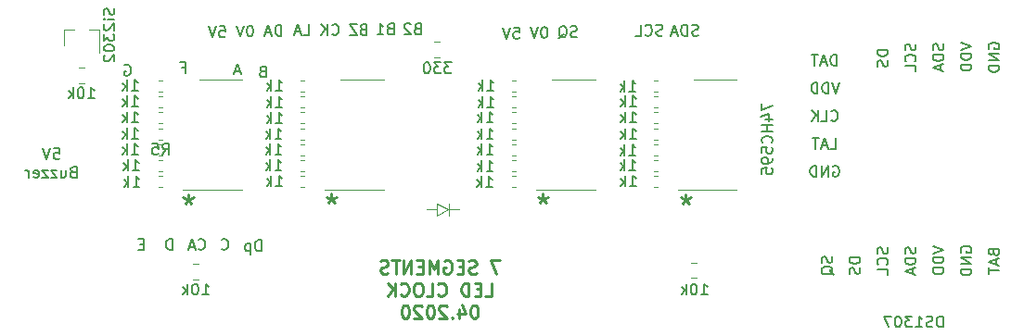
<source format=gbr>
G04 #@! TF.GenerationSoftware,KiCad,Pcbnew,(5.1.5)-2*
G04 #@! TF.CreationDate,2020-04-10T10:41:52+07:00*
G04 #@! TF.ProjectId,KIT_7SegLED_74HC595,4b49545f-3753-4656-974c-45445f373448,rev?*
G04 #@! TF.SameCoordinates,Original*
G04 #@! TF.FileFunction,Legend,Bot*
G04 #@! TF.FilePolarity,Positive*
%FSLAX46Y46*%
G04 Gerber Fmt 4.6, Leading zero omitted, Abs format (unit mm)*
G04 Created by KiCad (PCBNEW (5.1.5)-2) date 2020-04-10 10:41:52*
%MOMM*%
%LPD*%
G04 APERTURE LIST*
%ADD10C,0.200000*%
%ADD11C,0.250000*%
%ADD12C,0.150000*%
%ADD13C,0.120000*%
G04 APERTURE END LIST*
D10*
X135826476Y-43052380D02*
X136302666Y-43052380D01*
X136350285Y-43528571D01*
X136302666Y-43480952D01*
X136207428Y-43433333D01*
X135969333Y-43433333D01*
X135874095Y-43480952D01*
X135826476Y-43528571D01*
X135778857Y-43623809D01*
X135778857Y-43861904D01*
X135826476Y-43957142D01*
X135874095Y-44004761D01*
X135969333Y-44052380D01*
X136207428Y-44052380D01*
X136302666Y-44004761D01*
X136350285Y-43957142D01*
X135493142Y-43052380D02*
X135159809Y-44052380D01*
X134826476Y-43052380D01*
X137564571Y-45228571D02*
X137421714Y-45276190D01*
X137374095Y-45323809D01*
X137326476Y-45419047D01*
X137326476Y-45561904D01*
X137374095Y-45657142D01*
X137421714Y-45704761D01*
X137516952Y-45752380D01*
X137897904Y-45752380D01*
X137897904Y-44752380D01*
X137564571Y-44752380D01*
X137469333Y-44800000D01*
X137421714Y-44847619D01*
X137374095Y-44942857D01*
X137374095Y-45038095D01*
X137421714Y-45133333D01*
X137469333Y-45180952D01*
X137564571Y-45228571D01*
X137897904Y-45228571D01*
X136469333Y-45085714D02*
X136469333Y-45752380D01*
X136897904Y-45085714D02*
X136897904Y-45609523D01*
X136850285Y-45704761D01*
X136755047Y-45752380D01*
X136612190Y-45752380D01*
X136516952Y-45704761D01*
X136469333Y-45657142D01*
X136088380Y-45085714D02*
X135564571Y-45085714D01*
X136088380Y-45752380D01*
X135564571Y-45752380D01*
X135278857Y-45085714D02*
X134755047Y-45085714D01*
X135278857Y-45752380D01*
X134755047Y-45752380D01*
X133993142Y-45704761D02*
X134088380Y-45752380D01*
X134278857Y-45752380D01*
X134374095Y-45704761D01*
X134421714Y-45609523D01*
X134421714Y-45228571D01*
X134374095Y-45133333D01*
X134278857Y-45085714D01*
X134088380Y-45085714D01*
X133993142Y-45133333D01*
X133945523Y-45228571D01*
X133945523Y-45323809D01*
X134421714Y-45419047D01*
X133516952Y-45752380D02*
X133516952Y-45085714D01*
X133516952Y-45276190D02*
X133469333Y-45180952D01*
X133421714Y-45133333D01*
X133326476Y-45085714D01*
X133231238Y-45085714D01*
D11*
X176500742Y-53325257D02*
X175700742Y-53325257D01*
X176215028Y-54525257D01*
X174386457Y-54468114D02*
X174215028Y-54525257D01*
X173929314Y-54525257D01*
X173815028Y-54468114D01*
X173757885Y-54410971D01*
X173700742Y-54296685D01*
X173700742Y-54182400D01*
X173757885Y-54068114D01*
X173815028Y-54010971D01*
X173929314Y-53953828D01*
X174157885Y-53896685D01*
X174272171Y-53839542D01*
X174329314Y-53782400D01*
X174386457Y-53668114D01*
X174386457Y-53553828D01*
X174329314Y-53439542D01*
X174272171Y-53382400D01*
X174157885Y-53325257D01*
X173872171Y-53325257D01*
X173700742Y-53382400D01*
X173186457Y-53896685D02*
X172786457Y-53896685D01*
X172615028Y-54525257D02*
X173186457Y-54525257D01*
X173186457Y-53325257D01*
X172615028Y-53325257D01*
X171472171Y-53382400D02*
X171586457Y-53325257D01*
X171757885Y-53325257D01*
X171929314Y-53382400D01*
X172043600Y-53496685D01*
X172100742Y-53610971D01*
X172157885Y-53839542D01*
X172157885Y-54010971D01*
X172100742Y-54239542D01*
X172043600Y-54353828D01*
X171929314Y-54468114D01*
X171757885Y-54525257D01*
X171643600Y-54525257D01*
X171472171Y-54468114D01*
X171415028Y-54410971D01*
X171415028Y-54010971D01*
X171643600Y-54010971D01*
X170900742Y-54525257D02*
X170900742Y-53325257D01*
X170500742Y-54182400D01*
X170100742Y-53325257D01*
X170100742Y-54525257D01*
X169529314Y-53896685D02*
X169129314Y-53896685D01*
X168957885Y-54525257D02*
X169529314Y-54525257D01*
X169529314Y-53325257D01*
X168957885Y-53325257D01*
X168443600Y-54525257D02*
X168443600Y-53325257D01*
X167757885Y-54525257D01*
X167757885Y-53325257D01*
X167357885Y-53325257D02*
X166672171Y-53325257D01*
X167015028Y-54525257D02*
X167015028Y-53325257D01*
X166329314Y-54468114D02*
X166157885Y-54525257D01*
X165872171Y-54525257D01*
X165757885Y-54468114D01*
X165700742Y-54410971D01*
X165643600Y-54296685D01*
X165643600Y-54182400D01*
X165700742Y-54068114D01*
X165757885Y-54010971D01*
X165872171Y-53953828D01*
X166100742Y-53896685D01*
X166215028Y-53839542D01*
X166272171Y-53782400D01*
X166329314Y-53668114D01*
X166329314Y-53553828D01*
X166272171Y-53439542D01*
X166215028Y-53382400D01*
X166100742Y-53325257D01*
X165815028Y-53325257D01*
X165643600Y-53382400D01*
X175186457Y-56575257D02*
X175757885Y-56575257D01*
X175757885Y-55375257D01*
X174786457Y-55946685D02*
X174386457Y-55946685D01*
X174215028Y-56575257D02*
X174786457Y-56575257D01*
X174786457Y-55375257D01*
X174215028Y-55375257D01*
X173700742Y-56575257D02*
X173700742Y-55375257D01*
X173415028Y-55375257D01*
X173243600Y-55432400D01*
X173129314Y-55546685D01*
X173072171Y-55660971D01*
X173015028Y-55889542D01*
X173015028Y-56060971D01*
X173072171Y-56289542D01*
X173129314Y-56403828D01*
X173243600Y-56518114D01*
X173415028Y-56575257D01*
X173700742Y-56575257D01*
X170900742Y-56460971D02*
X170957885Y-56518114D01*
X171129314Y-56575257D01*
X171243600Y-56575257D01*
X171415028Y-56518114D01*
X171529314Y-56403828D01*
X171586457Y-56289542D01*
X171643600Y-56060971D01*
X171643600Y-55889542D01*
X171586457Y-55660971D01*
X171529314Y-55546685D01*
X171415028Y-55432400D01*
X171243600Y-55375257D01*
X171129314Y-55375257D01*
X170957885Y-55432400D01*
X170900742Y-55489542D01*
X169815028Y-56575257D02*
X170386457Y-56575257D01*
X170386457Y-55375257D01*
X169186457Y-55375257D02*
X168957885Y-55375257D01*
X168843600Y-55432400D01*
X168729314Y-55546685D01*
X168672171Y-55775257D01*
X168672171Y-56175257D01*
X168729314Y-56403828D01*
X168843600Y-56518114D01*
X168957885Y-56575257D01*
X169186457Y-56575257D01*
X169300742Y-56518114D01*
X169415028Y-56403828D01*
X169472171Y-56175257D01*
X169472171Y-55775257D01*
X169415028Y-55546685D01*
X169300742Y-55432400D01*
X169186457Y-55375257D01*
X167472171Y-56460971D02*
X167529314Y-56518114D01*
X167700742Y-56575257D01*
X167815028Y-56575257D01*
X167986457Y-56518114D01*
X168100742Y-56403828D01*
X168157885Y-56289542D01*
X168215028Y-56060971D01*
X168215028Y-55889542D01*
X168157885Y-55660971D01*
X168100742Y-55546685D01*
X167986457Y-55432400D01*
X167815028Y-55375257D01*
X167700742Y-55375257D01*
X167529314Y-55432400D01*
X167472171Y-55489542D01*
X166957885Y-56575257D02*
X166957885Y-55375257D01*
X166272171Y-56575257D02*
X166786457Y-55889542D01*
X166272171Y-55375257D02*
X166957885Y-56060971D01*
X174243600Y-57425257D02*
X174129314Y-57425257D01*
X174015028Y-57482400D01*
X173957885Y-57539542D01*
X173900742Y-57653828D01*
X173843600Y-57882400D01*
X173843600Y-58168114D01*
X173900742Y-58396685D01*
X173957885Y-58510971D01*
X174015028Y-58568114D01*
X174129314Y-58625257D01*
X174243600Y-58625257D01*
X174357885Y-58568114D01*
X174415028Y-58510971D01*
X174472171Y-58396685D01*
X174529314Y-58168114D01*
X174529314Y-57882400D01*
X174472171Y-57653828D01*
X174415028Y-57539542D01*
X174357885Y-57482400D01*
X174243600Y-57425257D01*
X172815028Y-57825257D02*
X172815028Y-58625257D01*
X173100742Y-57368114D02*
X173386457Y-58225257D01*
X172643600Y-58225257D01*
X172186457Y-58510971D02*
X172129314Y-58568114D01*
X172186457Y-58625257D01*
X172243600Y-58568114D01*
X172186457Y-58510971D01*
X172186457Y-58625257D01*
X171672171Y-57539542D02*
X171615028Y-57482400D01*
X171500742Y-57425257D01*
X171215028Y-57425257D01*
X171100742Y-57482400D01*
X171043600Y-57539542D01*
X170986457Y-57653828D01*
X170986457Y-57768114D01*
X171043600Y-57939542D01*
X171729314Y-58625257D01*
X170986457Y-58625257D01*
X170243600Y-57425257D02*
X170129314Y-57425257D01*
X170015028Y-57482400D01*
X169957885Y-57539542D01*
X169900742Y-57653828D01*
X169843600Y-57882400D01*
X169843600Y-58168114D01*
X169900742Y-58396685D01*
X169957885Y-58510971D01*
X170015028Y-58568114D01*
X170129314Y-58625257D01*
X170243600Y-58625257D01*
X170357885Y-58568114D01*
X170415028Y-58510971D01*
X170472171Y-58396685D01*
X170529314Y-58168114D01*
X170529314Y-57882400D01*
X170472171Y-57653828D01*
X170415028Y-57539542D01*
X170357885Y-57482400D01*
X170243600Y-57425257D01*
X169386457Y-57539542D02*
X169329314Y-57482400D01*
X169215028Y-57425257D01*
X168929314Y-57425257D01*
X168815028Y-57482400D01*
X168757885Y-57539542D01*
X168700742Y-57653828D01*
X168700742Y-57768114D01*
X168757885Y-57939542D01*
X169443600Y-58625257D01*
X168700742Y-58625257D01*
X167957885Y-57425257D02*
X167843600Y-57425257D01*
X167729314Y-57482400D01*
X167672171Y-57539542D01*
X167615028Y-57653828D01*
X167557885Y-57882400D01*
X167557885Y-58168114D01*
X167615028Y-58396685D01*
X167672171Y-58510971D01*
X167729314Y-58568114D01*
X167843600Y-58625257D01*
X167957885Y-58625257D01*
X168072171Y-58568114D01*
X168129314Y-58510971D01*
X168186457Y-58396685D01*
X168243600Y-58168114D01*
X168243600Y-57882400D01*
X168186457Y-57653828D01*
X168129314Y-57539542D01*
X168072171Y-57482400D01*
X167957885Y-57425257D01*
D12*
X216968057Y-59431180D02*
X216968057Y-58431180D01*
X216729961Y-58431180D01*
X216587104Y-58478800D01*
X216491866Y-58574038D01*
X216444247Y-58669276D01*
X216396628Y-58859752D01*
X216396628Y-59002609D01*
X216444247Y-59193085D01*
X216491866Y-59288323D01*
X216587104Y-59383561D01*
X216729961Y-59431180D01*
X216968057Y-59431180D01*
X216015676Y-59383561D02*
X215872819Y-59431180D01*
X215634723Y-59431180D01*
X215539485Y-59383561D01*
X215491866Y-59335942D01*
X215444247Y-59240704D01*
X215444247Y-59145466D01*
X215491866Y-59050228D01*
X215539485Y-59002609D01*
X215634723Y-58954990D01*
X215825200Y-58907371D01*
X215920438Y-58859752D01*
X215968057Y-58812133D01*
X216015676Y-58716895D01*
X216015676Y-58621657D01*
X215968057Y-58526419D01*
X215920438Y-58478800D01*
X215825200Y-58431180D01*
X215587104Y-58431180D01*
X215444247Y-58478800D01*
X214491866Y-59431180D02*
X215063295Y-59431180D01*
X214777580Y-59431180D02*
X214777580Y-58431180D01*
X214872819Y-58574038D01*
X214968057Y-58669276D01*
X215063295Y-58716895D01*
X214158533Y-58431180D02*
X213539485Y-58431180D01*
X213872819Y-58812133D01*
X213729961Y-58812133D01*
X213634723Y-58859752D01*
X213587104Y-58907371D01*
X213539485Y-59002609D01*
X213539485Y-59240704D01*
X213587104Y-59335942D01*
X213634723Y-59383561D01*
X213729961Y-59431180D01*
X214015676Y-59431180D01*
X214110914Y-59383561D01*
X214158533Y-59335942D01*
X212920438Y-58431180D02*
X212825200Y-58431180D01*
X212729961Y-58478800D01*
X212682342Y-58526419D01*
X212634723Y-58621657D01*
X212587104Y-58812133D01*
X212587104Y-59050228D01*
X212634723Y-59240704D01*
X212682342Y-59335942D01*
X212729961Y-59383561D01*
X212825200Y-59431180D01*
X212920438Y-59431180D01*
X213015676Y-59383561D01*
X213063295Y-59335942D01*
X213110914Y-59240704D01*
X213158533Y-59050228D01*
X213158533Y-58812133D01*
X213110914Y-58621657D01*
X213063295Y-58526419D01*
X213015676Y-58478800D01*
X212920438Y-58431180D01*
X212253771Y-58431180D02*
X211587104Y-58431180D01*
X212015676Y-59431180D01*
X152790495Y-36031466D02*
X152314304Y-36031466D01*
X152885733Y-36317180D02*
X152552400Y-35317180D01*
X152219066Y-36317180D01*
X147481942Y-35691771D02*
X147815276Y-35691771D01*
X147815276Y-36215580D02*
X147815276Y-35215580D01*
X147339085Y-35215580D01*
X142282895Y-35466400D02*
X142378133Y-35418780D01*
X142520990Y-35418780D01*
X142663847Y-35466400D01*
X142759085Y-35561638D01*
X142806704Y-35656876D01*
X142854323Y-35847352D01*
X142854323Y-35990209D01*
X142806704Y-36180685D01*
X142759085Y-36275923D01*
X142663847Y-36371161D01*
X142520990Y-36418780D01*
X142425752Y-36418780D01*
X142282895Y-36371161D01*
X142235276Y-36323542D01*
X142235276Y-35990209D01*
X142425752Y-35990209D01*
X154868571Y-36047371D02*
X154725714Y-36094990D01*
X154678095Y-36142609D01*
X154630476Y-36237847D01*
X154630476Y-36380704D01*
X154678095Y-36475942D01*
X154725714Y-36523561D01*
X154820952Y-36571180D01*
X155201904Y-36571180D01*
X155201904Y-35571180D01*
X154868571Y-35571180D01*
X154773333Y-35618800D01*
X154725714Y-35666419D01*
X154678095Y-35761657D01*
X154678095Y-35856895D01*
X154725714Y-35952133D01*
X154773333Y-35999752D01*
X154868571Y-36047371D01*
X155201904Y-36047371D01*
X154739885Y-52471580D02*
X154739885Y-51471580D01*
X154501790Y-51471580D01*
X154358933Y-51519200D01*
X154263695Y-51614438D01*
X154216076Y-51709676D01*
X154168457Y-51900152D01*
X154168457Y-52043009D01*
X154216076Y-52233485D01*
X154263695Y-52328723D01*
X154358933Y-52423961D01*
X154501790Y-52471580D01*
X154739885Y-52471580D01*
X153739885Y-51804914D02*
X153739885Y-52804914D01*
X153739885Y-51852533D02*
X153644647Y-51804914D01*
X153454171Y-51804914D01*
X153358933Y-51852533D01*
X153311314Y-51900152D01*
X153263695Y-51995390D01*
X153263695Y-52281104D01*
X153311314Y-52376342D01*
X153358933Y-52423961D01*
X153454171Y-52471580D01*
X153644647Y-52471580D01*
X153739885Y-52423961D01*
X151125276Y-52274742D02*
X151172895Y-52322361D01*
X151315752Y-52369980D01*
X151410990Y-52369980D01*
X151553847Y-52322361D01*
X151649085Y-52227123D01*
X151696704Y-52131885D01*
X151744323Y-51941409D01*
X151744323Y-51798552D01*
X151696704Y-51608076D01*
X151649085Y-51512838D01*
X151553847Y-51417600D01*
X151410990Y-51369980D01*
X151315752Y-51369980D01*
X151172895Y-51417600D01*
X151125276Y-51465219D01*
X149013847Y-52274742D02*
X149061466Y-52322361D01*
X149204323Y-52369980D01*
X149299561Y-52369980D01*
X149442419Y-52322361D01*
X149537657Y-52227123D01*
X149585276Y-52131885D01*
X149632895Y-51941409D01*
X149632895Y-51798552D01*
X149585276Y-51608076D01*
X149537657Y-51512838D01*
X149442419Y-51417600D01*
X149299561Y-51369980D01*
X149204323Y-51369980D01*
X149061466Y-51417600D01*
X149013847Y-51465219D01*
X148632895Y-52084266D02*
X148156704Y-52084266D01*
X148728133Y-52369980D02*
X148394800Y-51369980D01*
X148061466Y-52369980D01*
X146616704Y-52369980D02*
X146616704Y-51369980D01*
X146378609Y-51369980D01*
X146235752Y-51417600D01*
X146140514Y-51512838D01*
X146092895Y-51608076D01*
X146045276Y-51798552D01*
X146045276Y-51941409D01*
X146092895Y-52131885D01*
X146140514Y-52227123D01*
X146235752Y-52322361D01*
X146378609Y-52369980D01*
X146616704Y-52369980D01*
X144029085Y-51846171D02*
X143695752Y-51846171D01*
X143552895Y-52369980D02*
X144029085Y-52369980D01*
X144029085Y-51369980D01*
X143552895Y-51369980D01*
X200417180Y-38952895D02*
X200417180Y-39619561D01*
X201417180Y-39190990D01*
X200750514Y-40429085D02*
X201417180Y-40429085D01*
X200369561Y-40190990D02*
X201083847Y-39952895D01*
X201083847Y-40571942D01*
X201417180Y-40952895D02*
X200417180Y-40952895D01*
X200893371Y-40952895D02*
X200893371Y-41524323D01*
X201417180Y-41524323D02*
X200417180Y-41524323D01*
X201321942Y-42571942D02*
X201369561Y-42524323D01*
X201417180Y-42381466D01*
X201417180Y-42286228D01*
X201369561Y-42143371D01*
X201274323Y-42048133D01*
X201179085Y-42000514D01*
X200988609Y-41952895D01*
X200845752Y-41952895D01*
X200655276Y-42000514D01*
X200560038Y-42048133D01*
X200464800Y-42143371D01*
X200417180Y-42286228D01*
X200417180Y-42381466D01*
X200464800Y-42524323D01*
X200512419Y-42571942D01*
X200417180Y-43476704D02*
X200417180Y-43000514D01*
X200893371Y-42952895D01*
X200845752Y-43000514D01*
X200798133Y-43095752D01*
X200798133Y-43333847D01*
X200845752Y-43429085D01*
X200893371Y-43476704D01*
X200988609Y-43524323D01*
X201226704Y-43524323D01*
X201321942Y-43476704D01*
X201369561Y-43429085D01*
X201417180Y-43333847D01*
X201417180Y-43095752D01*
X201369561Y-43000514D01*
X201321942Y-42952895D01*
X201417180Y-44000514D02*
X201417180Y-44190990D01*
X201369561Y-44286228D01*
X201321942Y-44333847D01*
X201179085Y-44429085D01*
X200988609Y-44476704D01*
X200607657Y-44476704D01*
X200512419Y-44429085D01*
X200464800Y-44381466D01*
X200417180Y-44286228D01*
X200417180Y-44095752D01*
X200464800Y-44000514D01*
X200512419Y-43952895D01*
X200607657Y-43905276D01*
X200845752Y-43905276D01*
X200940990Y-43952895D01*
X200988609Y-44000514D01*
X201036228Y-44095752D01*
X201036228Y-44286228D01*
X200988609Y-44381466D01*
X200940990Y-44429085D01*
X200845752Y-44476704D01*
X200417180Y-45381466D02*
X200417180Y-44905276D01*
X200893371Y-44857657D01*
X200845752Y-44905276D01*
X200798133Y-45000514D01*
X200798133Y-45238609D01*
X200845752Y-45333847D01*
X200893371Y-45381466D01*
X200988609Y-45429085D01*
X201226704Y-45429085D01*
X201321942Y-45381466D01*
X201369561Y-45333847D01*
X201417180Y-45238609D01*
X201417180Y-45000514D01*
X201369561Y-44905276D01*
X201321942Y-44857657D01*
X206946404Y-44712000D02*
X207041642Y-44664380D01*
X207184500Y-44664380D01*
X207327357Y-44712000D01*
X207422595Y-44807238D01*
X207470214Y-44902476D01*
X207517833Y-45092952D01*
X207517833Y-45235809D01*
X207470214Y-45426285D01*
X207422595Y-45521523D01*
X207327357Y-45616761D01*
X207184500Y-45664380D01*
X207089261Y-45664380D01*
X206946404Y-45616761D01*
X206898785Y-45569142D01*
X206898785Y-45235809D01*
X207089261Y-45235809D01*
X206470214Y-45664380D02*
X206470214Y-44664380D01*
X205898785Y-45664380D01*
X205898785Y-44664380D01*
X205422595Y-45664380D02*
X205422595Y-44664380D01*
X205184500Y-44664380D01*
X205041642Y-44712000D01*
X204946404Y-44807238D01*
X204898785Y-44902476D01*
X204851166Y-45092952D01*
X204851166Y-45235809D01*
X204898785Y-45426285D01*
X204946404Y-45521523D01*
X205041642Y-45616761D01*
X205184500Y-45664380D01*
X205422595Y-45664380D01*
X206684500Y-43124380D02*
X207160690Y-43124380D01*
X207160690Y-42124380D01*
X206398785Y-42838666D02*
X205922595Y-42838666D01*
X206494023Y-43124380D02*
X206160690Y-42124380D01*
X205827357Y-43124380D01*
X205636880Y-42124380D02*
X205065452Y-42124380D01*
X205351166Y-43124380D02*
X205351166Y-42124380D01*
X206779738Y-40489142D02*
X206827357Y-40536761D01*
X206970214Y-40584380D01*
X207065452Y-40584380D01*
X207208309Y-40536761D01*
X207303547Y-40441523D01*
X207351166Y-40346285D01*
X207398785Y-40155809D01*
X207398785Y-40012952D01*
X207351166Y-39822476D01*
X207303547Y-39727238D01*
X207208309Y-39632000D01*
X207065452Y-39584380D01*
X206970214Y-39584380D01*
X206827357Y-39632000D01*
X206779738Y-39679619D01*
X205874976Y-40584380D02*
X206351166Y-40584380D01*
X206351166Y-39584380D01*
X205541642Y-40584380D02*
X205541642Y-39584380D01*
X204970214Y-40584380D02*
X205398785Y-40012952D01*
X204970214Y-39584380D02*
X205541642Y-40155809D01*
X207517833Y-37044380D02*
X207184500Y-38044380D01*
X206851166Y-37044380D01*
X206517833Y-38044380D02*
X206517833Y-37044380D01*
X206279738Y-37044380D01*
X206136880Y-37092000D01*
X206041642Y-37187238D01*
X205994023Y-37282476D01*
X205946404Y-37472952D01*
X205946404Y-37615809D01*
X205994023Y-37806285D01*
X206041642Y-37901523D01*
X206136880Y-37996761D01*
X206279738Y-38044380D01*
X206517833Y-38044380D01*
X205517833Y-38044380D02*
X205517833Y-37044380D01*
X205279738Y-37044380D01*
X205136880Y-37092000D01*
X205041642Y-37187238D01*
X204994023Y-37282476D01*
X204946404Y-37472952D01*
X204946404Y-37615809D01*
X204994023Y-37806285D01*
X205041642Y-37901523D01*
X205136880Y-37996761D01*
X205279738Y-38044380D01*
X205517833Y-38044380D01*
X207255928Y-35504380D02*
X207255928Y-34504380D01*
X207017833Y-34504380D01*
X206874976Y-34552000D01*
X206779738Y-34647238D01*
X206732119Y-34742476D01*
X206684500Y-34932952D01*
X206684500Y-35075809D01*
X206732119Y-35266285D01*
X206779738Y-35361523D01*
X206874976Y-35456761D01*
X207017833Y-35504380D01*
X207255928Y-35504380D01*
X206303547Y-35218666D02*
X205827357Y-35218666D01*
X206398785Y-35504380D02*
X206065452Y-34504380D01*
X205732119Y-35504380D01*
X205541642Y-34504380D02*
X204970214Y-34504380D01*
X205255928Y-35504380D02*
X205255928Y-34504380D01*
X217003261Y-33520214D02*
X217050880Y-33663071D01*
X217050880Y-33901166D01*
X217003261Y-33996404D01*
X216955642Y-34044023D01*
X216860404Y-34091642D01*
X216765166Y-34091642D01*
X216669928Y-34044023D01*
X216622309Y-33996404D01*
X216574690Y-33901166D01*
X216527071Y-33710690D01*
X216479452Y-33615452D01*
X216431833Y-33567833D01*
X216336595Y-33520214D01*
X216241357Y-33520214D01*
X216146119Y-33567833D01*
X216098500Y-33615452D01*
X216050880Y-33710690D01*
X216050880Y-33948785D01*
X216098500Y-34091642D01*
X217050880Y-34520214D02*
X216050880Y-34520214D01*
X216050880Y-34758309D01*
X216098500Y-34901166D01*
X216193738Y-34996404D01*
X216288976Y-35044023D01*
X216479452Y-35091642D01*
X216622309Y-35091642D01*
X216812785Y-35044023D01*
X216908023Y-34996404D01*
X217003261Y-34901166D01*
X217050880Y-34758309D01*
X217050880Y-34520214D01*
X216765166Y-35472595D02*
X216765166Y-35948785D01*
X217050880Y-35377357D02*
X216050880Y-35710690D01*
X217050880Y-36044023D01*
X211970880Y-34059904D02*
X210970880Y-34059904D01*
X210970880Y-34298000D01*
X211018500Y-34440857D01*
X211113738Y-34536095D01*
X211208976Y-34583714D01*
X211399452Y-34631333D01*
X211542309Y-34631333D01*
X211732785Y-34583714D01*
X211828023Y-34536095D01*
X211923261Y-34440857D01*
X211970880Y-34298000D01*
X211970880Y-34059904D01*
X211923261Y-35012285D02*
X211970880Y-35155142D01*
X211970880Y-35393238D01*
X211923261Y-35488476D01*
X211875642Y-35536095D01*
X211780404Y-35583714D01*
X211685166Y-35583714D01*
X211589928Y-35536095D01*
X211542309Y-35488476D01*
X211494690Y-35393238D01*
X211447071Y-35202761D01*
X211399452Y-35107523D01*
X211351833Y-35059904D01*
X211256595Y-35012285D01*
X211161357Y-35012285D01*
X211066119Y-35059904D01*
X211018500Y-35107523D01*
X210970880Y-35202761D01*
X210970880Y-35440857D01*
X211018500Y-35583714D01*
X214463261Y-33544023D02*
X214510880Y-33686880D01*
X214510880Y-33924976D01*
X214463261Y-34020214D01*
X214415642Y-34067833D01*
X214320404Y-34115452D01*
X214225166Y-34115452D01*
X214129928Y-34067833D01*
X214082309Y-34020214D01*
X214034690Y-33924976D01*
X213987071Y-33734500D01*
X213939452Y-33639261D01*
X213891833Y-33591642D01*
X213796595Y-33544023D01*
X213701357Y-33544023D01*
X213606119Y-33591642D01*
X213558500Y-33639261D01*
X213510880Y-33734500D01*
X213510880Y-33972595D01*
X213558500Y-34115452D01*
X214415642Y-35115452D02*
X214463261Y-35067833D01*
X214510880Y-34924976D01*
X214510880Y-34829738D01*
X214463261Y-34686880D01*
X214368023Y-34591642D01*
X214272785Y-34544023D01*
X214082309Y-34496404D01*
X213939452Y-34496404D01*
X213748976Y-34544023D01*
X213653738Y-34591642D01*
X213558500Y-34686880D01*
X213510880Y-34829738D01*
X213510880Y-34924976D01*
X213558500Y-35067833D01*
X213606119Y-35115452D01*
X214510880Y-36020214D02*
X214510880Y-35544023D01*
X213510880Y-35544023D01*
X221178500Y-33972595D02*
X221130880Y-33877357D01*
X221130880Y-33734500D01*
X221178500Y-33591642D01*
X221273738Y-33496404D01*
X221368976Y-33448785D01*
X221559452Y-33401166D01*
X221702309Y-33401166D01*
X221892785Y-33448785D01*
X221988023Y-33496404D01*
X222083261Y-33591642D01*
X222130880Y-33734500D01*
X222130880Y-33829738D01*
X222083261Y-33972595D01*
X222035642Y-34020214D01*
X221702309Y-34020214D01*
X221702309Y-33829738D01*
X222130880Y-34448785D02*
X221130880Y-34448785D01*
X222130880Y-35020214D01*
X221130880Y-35020214D01*
X222130880Y-35496404D02*
X221130880Y-35496404D01*
X221130880Y-35734500D01*
X221178500Y-35877357D01*
X221273738Y-35972595D01*
X221368976Y-36020214D01*
X221559452Y-36067833D01*
X221702309Y-36067833D01*
X221892785Y-36020214D01*
X221988023Y-35972595D01*
X222083261Y-35877357D01*
X222130880Y-35734500D01*
X222130880Y-35496404D01*
X218590880Y-33401166D02*
X219590880Y-33734500D01*
X218590880Y-34067833D01*
X219590880Y-34401166D02*
X218590880Y-34401166D01*
X218590880Y-34639261D01*
X218638500Y-34782119D01*
X218733738Y-34877357D01*
X218828976Y-34924976D01*
X219019452Y-34972595D01*
X219162309Y-34972595D01*
X219352785Y-34924976D01*
X219448023Y-34877357D01*
X219543261Y-34782119D01*
X219590880Y-34639261D01*
X219590880Y-34401166D01*
X219590880Y-35401166D02*
X218590880Y-35401166D01*
X218590880Y-35639261D01*
X218638500Y-35782119D01*
X218733738Y-35877357D01*
X218828976Y-35924976D01*
X219019452Y-35972595D01*
X219162309Y-35972595D01*
X219352785Y-35924976D01*
X219448023Y-35877357D01*
X219543261Y-35782119D01*
X219590880Y-35639261D01*
X219590880Y-35401166D01*
X221607071Y-52601904D02*
X221654690Y-52744761D01*
X221702309Y-52792380D01*
X221797547Y-52840000D01*
X221940404Y-52840000D01*
X222035642Y-52792380D01*
X222083261Y-52744761D01*
X222130880Y-52649523D01*
X222130880Y-52268571D01*
X221130880Y-52268571D01*
X221130880Y-52601904D01*
X221178500Y-52697142D01*
X221226119Y-52744761D01*
X221321357Y-52792380D01*
X221416595Y-52792380D01*
X221511833Y-52744761D01*
X221559452Y-52697142D01*
X221607071Y-52601904D01*
X221607071Y-52268571D01*
X221845166Y-53220952D02*
X221845166Y-53697142D01*
X222130880Y-53125714D02*
X221130880Y-53459047D01*
X222130880Y-53792380D01*
X221130880Y-53982857D02*
X221130880Y-54554285D01*
X222130880Y-54268571D02*
X221130880Y-54268571D01*
X218638500Y-52578095D02*
X218590880Y-52482857D01*
X218590880Y-52340000D01*
X218638500Y-52197142D01*
X218733738Y-52101904D01*
X218828976Y-52054285D01*
X219019452Y-52006666D01*
X219162309Y-52006666D01*
X219352785Y-52054285D01*
X219448023Y-52101904D01*
X219543261Y-52197142D01*
X219590880Y-52340000D01*
X219590880Y-52435238D01*
X219543261Y-52578095D01*
X219495642Y-52625714D01*
X219162309Y-52625714D01*
X219162309Y-52435238D01*
X219590880Y-53054285D02*
X218590880Y-53054285D01*
X219590880Y-53625714D01*
X218590880Y-53625714D01*
X219590880Y-54101904D02*
X218590880Y-54101904D01*
X218590880Y-54340000D01*
X218638500Y-54482857D01*
X218733738Y-54578095D01*
X218828976Y-54625714D01*
X219019452Y-54673333D01*
X219162309Y-54673333D01*
X219352785Y-54625714D01*
X219448023Y-54578095D01*
X219543261Y-54482857D01*
X219590880Y-54340000D01*
X219590880Y-54101904D01*
X216050880Y-52006666D02*
X217050880Y-52340000D01*
X216050880Y-52673333D01*
X217050880Y-53006666D02*
X216050880Y-53006666D01*
X216050880Y-53244761D01*
X216098500Y-53387619D01*
X216193738Y-53482857D01*
X216288976Y-53530476D01*
X216479452Y-53578095D01*
X216622309Y-53578095D01*
X216812785Y-53530476D01*
X216908023Y-53482857D01*
X217003261Y-53387619D01*
X217050880Y-53244761D01*
X217050880Y-53006666D01*
X217050880Y-54006666D02*
X216050880Y-54006666D01*
X216050880Y-54244761D01*
X216098500Y-54387619D01*
X216193738Y-54482857D01*
X216288976Y-54530476D01*
X216479452Y-54578095D01*
X216622309Y-54578095D01*
X216812785Y-54530476D01*
X216908023Y-54482857D01*
X217003261Y-54387619D01*
X217050880Y-54244761D01*
X217050880Y-54006666D01*
X214463261Y-52125714D02*
X214510880Y-52268571D01*
X214510880Y-52506666D01*
X214463261Y-52601904D01*
X214415642Y-52649523D01*
X214320404Y-52697142D01*
X214225166Y-52697142D01*
X214129928Y-52649523D01*
X214082309Y-52601904D01*
X214034690Y-52506666D01*
X213987071Y-52316190D01*
X213939452Y-52220952D01*
X213891833Y-52173333D01*
X213796595Y-52125714D01*
X213701357Y-52125714D01*
X213606119Y-52173333D01*
X213558500Y-52220952D01*
X213510880Y-52316190D01*
X213510880Y-52554285D01*
X213558500Y-52697142D01*
X214510880Y-53125714D02*
X213510880Y-53125714D01*
X213510880Y-53363809D01*
X213558500Y-53506666D01*
X213653738Y-53601904D01*
X213748976Y-53649523D01*
X213939452Y-53697142D01*
X214082309Y-53697142D01*
X214272785Y-53649523D01*
X214368023Y-53601904D01*
X214463261Y-53506666D01*
X214510880Y-53363809D01*
X214510880Y-53125714D01*
X214225166Y-54078095D02*
X214225166Y-54554285D01*
X214510880Y-53982857D02*
X213510880Y-54316190D01*
X214510880Y-54649523D01*
X211923261Y-52149523D02*
X211970880Y-52292380D01*
X211970880Y-52530476D01*
X211923261Y-52625714D01*
X211875642Y-52673333D01*
X211780404Y-52720952D01*
X211685166Y-52720952D01*
X211589928Y-52673333D01*
X211542309Y-52625714D01*
X211494690Y-52530476D01*
X211447071Y-52340000D01*
X211399452Y-52244761D01*
X211351833Y-52197142D01*
X211256595Y-52149523D01*
X211161357Y-52149523D01*
X211066119Y-52197142D01*
X211018500Y-52244761D01*
X210970880Y-52340000D01*
X210970880Y-52578095D01*
X211018500Y-52720952D01*
X211875642Y-53720952D02*
X211923261Y-53673333D01*
X211970880Y-53530476D01*
X211970880Y-53435238D01*
X211923261Y-53292380D01*
X211828023Y-53197142D01*
X211732785Y-53149523D01*
X211542309Y-53101904D01*
X211399452Y-53101904D01*
X211208976Y-53149523D01*
X211113738Y-53197142D01*
X211018500Y-53292380D01*
X210970880Y-53435238D01*
X210970880Y-53530476D01*
X211018500Y-53673333D01*
X211066119Y-53720952D01*
X211970880Y-54625714D02*
X211970880Y-54149523D01*
X210970880Y-54149523D01*
X209430880Y-53046404D02*
X208430880Y-53046404D01*
X208430880Y-53284500D01*
X208478500Y-53427357D01*
X208573738Y-53522595D01*
X208668976Y-53570214D01*
X208859452Y-53617833D01*
X209002309Y-53617833D01*
X209192785Y-53570214D01*
X209288023Y-53522595D01*
X209383261Y-53427357D01*
X209430880Y-53284500D01*
X209430880Y-53046404D01*
X209383261Y-53998785D02*
X209430880Y-54141642D01*
X209430880Y-54379738D01*
X209383261Y-54474976D01*
X209335642Y-54522595D01*
X209240404Y-54570214D01*
X209145166Y-54570214D01*
X209049928Y-54522595D01*
X209002309Y-54474976D01*
X208954690Y-54379738D01*
X208907071Y-54189261D01*
X208859452Y-54094023D01*
X208811833Y-54046404D01*
X208716595Y-53998785D01*
X208621357Y-53998785D01*
X208526119Y-54046404D01*
X208478500Y-54094023D01*
X208430880Y-54189261D01*
X208430880Y-54427357D01*
X208478500Y-54570214D01*
X206843261Y-52974976D02*
X206890880Y-53117833D01*
X206890880Y-53355928D01*
X206843261Y-53451166D01*
X206795642Y-53498785D01*
X206700404Y-53546404D01*
X206605166Y-53546404D01*
X206509928Y-53498785D01*
X206462309Y-53451166D01*
X206414690Y-53355928D01*
X206367071Y-53165452D01*
X206319452Y-53070214D01*
X206271833Y-53022595D01*
X206176595Y-52974976D01*
X206081357Y-52974976D01*
X205986119Y-53022595D01*
X205938500Y-53070214D01*
X205890880Y-53165452D01*
X205890880Y-53403547D01*
X205938500Y-53546404D01*
X206986119Y-54641642D02*
X206938500Y-54546404D01*
X206843261Y-54451166D01*
X206700404Y-54308309D01*
X206652785Y-54213071D01*
X206652785Y-54117833D01*
X206890880Y-54165452D02*
X206843261Y-54070214D01*
X206748023Y-53974976D01*
X206557547Y-53927357D01*
X206224214Y-53927357D01*
X206033738Y-53974976D01*
X205938500Y-54070214D01*
X205890880Y-54165452D01*
X205890880Y-54355928D01*
X205938500Y-54451166D01*
X206033738Y-54546404D01*
X206224214Y-54594023D01*
X206557547Y-54594023D01*
X206748023Y-54546404D01*
X206843261Y-54451166D01*
X206890880Y-54355928D01*
X206890880Y-54165452D01*
D13*
X170751500Y-48679100D02*
X169862500Y-48679100D01*
X171894500Y-48679100D02*
X172847000Y-48679100D01*
X171894500Y-48107600D02*
X171894500Y-49250600D01*
X171831000Y-48679100D02*
X170751500Y-48171100D01*
X170751500Y-49250600D02*
X171831000Y-48679100D01*
X170751500Y-48171100D02*
X170751500Y-49250600D01*
D11*
X193484500Y-47291761D02*
X193484500Y-47767952D01*
X193960690Y-47577476D02*
X193484500Y-47767952D01*
X193008309Y-47577476D01*
X193770214Y-48148904D02*
X193484500Y-47767952D01*
X193198785Y-48148904D01*
X180467000Y-47228261D02*
X180467000Y-47704452D01*
X180943190Y-47513976D02*
X180467000Y-47704452D01*
X179990809Y-47513976D01*
X180752714Y-48085404D02*
X180467000Y-47704452D01*
X180181285Y-48085404D01*
X161163000Y-47228261D02*
X161163000Y-47704452D01*
X161639190Y-47513976D02*
X161163000Y-47704452D01*
X160686809Y-47513976D01*
X161448714Y-48085404D02*
X161163000Y-47704452D01*
X160877285Y-48085404D01*
X148082000Y-47291761D02*
X148082000Y-47767952D01*
X148558190Y-47577476D02*
X148082000Y-47767952D01*
X147605809Y-47577476D01*
X148367714Y-48148904D02*
X148082000Y-47767952D01*
X147796285Y-48148904D01*
D12*
X194635285Y-32726261D02*
X194492428Y-32773880D01*
X194254333Y-32773880D01*
X194159095Y-32726261D01*
X194111476Y-32678642D01*
X194063857Y-32583404D01*
X194063857Y-32488166D01*
X194111476Y-32392928D01*
X194159095Y-32345309D01*
X194254333Y-32297690D01*
X194444809Y-32250071D01*
X194540047Y-32202452D01*
X194587666Y-32154833D01*
X194635285Y-32059595D01*
X194635285Y-31964357D01*
X194587666Y-31869119D01*
X194540047Y-31821500D01*
X194444809Y-31773880D01*
X194206714Y-31773880D01*
X194063857Y-31821500D01*
X193635285Y-32773880D02*
X193635285Y-31773880D01*
X193397190Y-31773880D01*
X193254333Y-31821500D01*
X193159095Y-31916738D01*
X193111476Y-32011976D01*
X193063857Y-32202452D01*
X193063857Y-32345309D01*
X193111476Y-32535785D01*
X193159095Y-32631023D01*
X193254333Y-32726261D01*
X193397190Y-32773880D01*
X193635285Y-32773880D01*
X192682904Y-32488166D02*
X192206714Y-32488166D01*
X192778142Y-32773880D02*
X192444809Y-31773880D01*
X192111476Y-32773880D01*
X191372976Y-32726261D02*
X191230119Y-32773880D01*
X190992023Y-32773880D01*
X190896785Y-32726261D01*
X190849166Y-32678642D01*
X190801547Y-32583404D01*
X190801547Y-32488166D01*
X190849166Y-32392928D01*
X190896785Y-32345309D01*
X190992023Y-32297690D01*
X191182500Y-32250071D01*
X191277738Y-32202452D01*
X191325357Y-32154833D01*
X191372976Y-32059595D01*
X191372976Y-31964357D01*
X191325357Y-31869119D01*
X191277738Y-31821500D01*
X191182500Y-31773880D01*
X190944404Y-31773880D01*
X190801547Y-31821500D01*
X189801547Y-32678642D02*
X189849166Y-32726261D01*
X189992023Y-32773880D01*
X190087261Y-32773880D01*
X190230119Y-32726261D01*
X190325357Y-32631023D01*
X190372976Y-32535785D01*
X190420595Y-32345309D01*
X190420595Y-32202452D01*
X190372976Y-32011976D01*
X190325357Y-31916738D01*
X190230119Y-31821500D01*
X190087261Y-31773880D01*
X189992023Y-31773880D01*
X189849166Y-31821500D01*
X189801547Y-31869119D01*
X188896785Y-32773880D02*
X189372976Y-32773880D01*
X189372976Y-31773880D01*
X177799976Y-32027880D02*
X178276166Y-32027880D01*
X178323785Y-32504071D01*
X178276166Y-32456452D01*
X178180928Y-32408833D01*
X177942833Y-32408833D01*
X177847595Y-32456452D01*
X177799976Y-32504071D01*
X177752357Y-32599309D01*
X177752357Y-32837404D01*
X177799976Y-32932642D01*
X177847595Y-32980261D01*
X177942833Y-33027880D01*
X178180928Y-33027880D01*
X178276166Y-32980261D01*
X178323785Y-32932642D01*
X177466642Y-32027880D02*
X177133309Y-33027880D01*
X176799976Y-32027880D01*
X183562523Y-32853261D02*
X183419666Y-32900880D01*
X183181571Y-32900880D01*
X183086333Y-32853261D01*
X183038714Y-32805642D01*
X182991095Y-32710404D01*
X182991095Y-32615166D01*
X183038714Y-32519928D01*
X183086333Y-32472309D01*
X183181571Y-32424690D01*
X183372047Y-32377071D01*
X183467285Y-32329452D01*
X183514904Y-32281833D01*
X183562523Y-32186595D01*
X183562523Y-32091357D01*
X183514904Y-31996119D01*
X183467285Y-31948500D01*
X183372047Y-31900880D01*
X183133952Y-31900880D01*
X182991095Y-31948500D01*
X181895857Y-32996119D02*
X181991095Y-32948500D01*
X182086333Y-32853261D01*
X182229190Y-32710404D01*
X182324428Y-32662785D01*
X182419666Y-32662785D01*
X182372047Y-32900880D02*
X182467285Y-32853261D01*
X182562523Y-32758023D01*
X182610142Y-32567547D01*
X182610142Y-32234214D01*
X182562523Y-32043738D01*
X182467285Y-31948500D01*
X182372047Y-31900880D01*
X182181571Y-31900880D01*
X182086333Y-31948500D01*
X181991095Y-32043738D01*
X181943476Y-32234214D01*
X181943476Y-32567547D01*
X181991095Y-32758023D01*
X182086333Y-32853261D01*
X182181571Y-32900880D01*
X182372047Y-32900880D01*
X180625690Y-31964380D02*
X180530452Y-31964380D01*
X180435214Y-32012000D01*
X180387595Y-32059619D01*
X180339976Y-32154857D01*
X180292357Y-32345333D01*
X180292357Y-32583428D01*
X180339976Y-32773904D01*
X180387595Y-32869142D01*
X180435214Y-32916761D01*
X180530452Y-32964380D01*
X180625690Y-32964380D01*
X180720928Y-32916761D01*
X180768547Y-32869142D01*
X180816166Y-32773904D01*
X180863785Y-32583428D01*
X180863785Y-32345333D01*
X180816166Y-32154857D01*
X180768547Y-32059619D01*
X180720928Y-32012000D01*
X180625690Y-31964380D01*
X180006642Y-31964380D02*
X179673309Y-32964380D01*
X179339976Y-31964380D01*
X168997261Y-32123071D02*
X168854404Y-32170690D01*
X168806785Y-32218309D01*
X168759166Y-32313547D01*
X168759166Y-32456404D01*
X168806785Y-32551642D01*
X168854404Y-32599261D01*
X168949642Y-32646880D01*
X169330595Y-32646880D01*
X169330595Y-31646880D01*
X168997261Y-31646880D01*
X168902023Y-31694500D01*
X168854404Y-31742119D01*
X168806785Y-31837357D01*
X168806785Y-31932595D01*
X168854404Y-32027833D01*
X168902023Y-32075452D01*
X168997261Y-32123071D01*
X169330595Y-32123071D01*
X168378214Y-31742119D02*
X168330595Y-31694500D01*
X168235357Y-31646880D01*
X167997261Y-31646880D01*
X167902023Y-31694500D01*
X167854404Y-31742119D01*
X167806785Y-31837357D01*
X167806785Y-31932595D01*
X167854404Y-32075452D01*
X168425833Y-32646880D01*
X167806785Y-32646880D01*
X166520761Y-32123071D02*
X166377904Y-32170690D01*
X166330285Y-32218309D01*
X166282666Y-32313547D01*
X166282666Y-32456404D01*
X166330285Y-32551642D01*
X166377904Y-32599261D01*
X166473142Y-32646880D01*
X166854095Y-32646880D01*
X166854095Y-31646880D01*
X166520761Y-31646880D01*
X166425523Y-31694500D01*
X166377904Y-31742119D01*
X166330285Y-31837357D01*
X166330285Y-31932595D01*
X166377904Y-32027833D01*
X166425523Y-32075452D01*
X166520761Y-32123071D01*
X166854095Y-32123071D01*
X165330285Y-32646880D02*
X165901714Y-32646880D01*
X165616000Y-32646880D02*
X165616000Y-31646880D01*
X165711238Y-31789738D01*
X165806476Y-31884976D01*
X165901714Y-31932595D01*
X164044261Y-32186571D02*
X163901404Y-32234190D01*
X163853785Y-32281809D01*
X163806166Y-32377047D01*
X163806166Y-32519904D01*
X163853785Y-32615142D01*
X163901404Y-32662761D01*
X163996642Y-32710380D01*
X164377595Y-32710380D01*
X164377595Y-31710380D01*
X164044261Y-31710380D01*
X163949023Y-31758000D01*
X163901404Y-31805619D01*
X163853785Y-31900857D01*
X163853785Y-31996095D01*
X163901404Y-32091333D01*
X163949023Y-32138952D01*
X164044261Y-32186571D01*
X164377595Y-32186571D01*
X163472833Y-31710380D02*
X162806166Y-31710380D01*
X163472833Y-32710380D01*
X162806166Y-32710380D01*
X161226476Y-32615142D02*
X161274095Y-32662761D01*
X161416952Y-32710380D01*
X161512190Y-32710380D01*
X161655047Y-32662761D01*
X161750285Y-32567523D01*
X161797904Y-32472285D01*
X161845523Y-32281809D01*
X161845523Y-32138952D01*
X161797904Y-31948476D01*
X161750285Y-31853238D01*
X161655047Y-31758000D01*
X161512190Y-31710380D01*
X161416952Y-31710380D01*
X161274095Y-31758000D01*
X161226476Y-31805619D01*
X160797904Y-32710380D02*
X160797904Y-31710380D01*
X160226476Y-32710380D02*
X160655047Y-32138952D01*
X160226476Y-31710380D02*
X160797904Y-32281809D01*
X158615047Y-32710380D02*
X159091238Y-32710380D01*
X159091238Y-31710380D01*
X158329333Y-32424666D02*
X157853142Y-32424666D01*
X158424571Y-32710380D02*
X158091238Y-31710380D01*
X157757904Y-32710380D01*
X150939476Y-31900880D02*
X151415666Y-31900880D01*
X151463285Y-32377071D01*
X151415666Y-32329452D01*
X151320428Y-32281833D01*
X151082333Y-32281833D01*
X150987095Y-32329452D01*
X150939476Y-32377071D01*
X150891857Y-32472309D01*
X150891857Y-32710404D01*
X150939476Y-32805642D01*
X150987095Y-32853261D01*
X151082333Y-32900880D01*
X151320428Y-32900880D01*
X151415666Y-32853261D01*
X151463285Y-32805642D01*
X150606142Y-31900880D02*
X150272809Y-32900880D01*
X149939476Y-31900880D01*
X156582976Y-32773880D02*
X156582976Y-31773880D01*
X156344880Y-31773880D01*
X156202023Y-31821500D01*
X156106785Y-31916738D01*
X156059166Y-32011976D01*
X156011547Y-32202452D01*
X156011547Y-32345309D01*
X156059166Y-32535785D01*
X156106785Y-32631023D01*
X156202023Y-32726261D01*
X156344880Y-32773880D01*
X156582976Y-32773880D01*
X155630595Y-32488166D02*
X155154404Y-32488166D01*
X155725833Y-32773880D02*
X155392500Y-31773880D01*
X155059166Y-32773880D01*
X153765190Y-31837380D02*
X153669952Y-31837380D01*
X153574714Y-31885000D01*
X153527095Y-31932619D01*
X153479476Y-32027857D01*
X153431857Y-32218333D01*
X153431857Y-32456428D01*
X153479476Y-32646904D01*
X153527095Y-32742142D01*
X153574714Y-32789761D01*
X153669952Y-32837380D01*
X153765190Y-32837380D01*
X153860428Y-32789761D01*
X153908047Y-32742142D01*
X153955666Y-32646904D01*
X154003285Y-32456428D01*
X154003285Y-32218333D01*
X153955666Y-32027857D01*
X153908047Y-31932619D01*
X153860428Y-31885000D01*
X153765190Y-31837380D01*
X153146142Y-31837380D02*
X152812809Y-32837380D01*
X152479476Y-31837380D01*
D13*
X145396133Y-39333900D02*
X145738667Y-39333900D01*
X145396133Y-38313900D02*
X145738667Y-38313900D01*
X145752667Y-36853400D02*
X145410133Y-36853400D01*
X145752667Y-37873400D02*
X145410133Y-37873400D01*
X145410133Y-45616400D02*
X145752667Y-45616400D01*
X145410133Y-46636400D02*
X145752667Y-46636400D01*
X145396133Y-45175900D02*
X145738667Y-45175900D01*
X145396133Y-44155900D02*
X145738667Y-44155900D01*
X145396133Y-42695400D02*
X145738667Y-42695400D01*
X145396133Y-43715400D02*
X145738667Y-43715400D01*
X145396133Y-42254900D02*
X145738667Y-42254900D01*
X145396133Y-41234900D02*
X145738667Y-41234900D01*
X145396133Y-39774400D02*
X145738667Y-39774400D01*
X145396133Y-40794400D02*
X145738667Y-40794400D01*
X151026900Y-46868400D02*
X147576900Y-46868400D01*
X151026900Y-46868400D02*
X152976900Y-46868400D01*
X151026900Y-36748400D02*
X149076900Y-36748400D01*
X151026900Y-36748400D02*
X152976900Y-36748400D01*
X158690368Y-37872799D02*
X158347834Y-37872799D01*
X158690368Y-36852799D02*
X158347834Y-36852799D01*
X158347834Y-46635799D02*
X158690368Y-46635799D01*
X158347834Y-45615799D02*
X158690368Y-45615799D01*
X158333834Y-44155299D02*
X158676368Y-44155299D01*
X158333834Y-45175299D02*
X158676368Y-45175299D01*
X158333834Y-43714799D02*
X158676368Y-43714799D01*
X158333834Y-42694799D02*
X158676368Y-42694799D01*
X158333834Y-41234299D02*
X158676368Y-41234299D01*
X158333834Y-42254299D02*
X158676368Y-42254299D01*
X158333834Y-40793799D02*
X158676368Y-40793799D01*
X158333834Y-39773799D02*
X158676368Y-39773799D01*
X158333834Y-38313299D02*
X158676368Y-38313299D01*
X158333834Y-39333299D02*
X158676368Y-39333299D01*
X163964601Y-46867799D02*
X160514601Y-46867799D01*
X163964601Y-46867799D02*
X165914601Y-46867799D01*
X163964601Y-36747799D02*
X162014601Y-36747799D01*
X163964601Y-36747799D02*
X165914601Y-36747799D01*
X177994368Y-37872799D02*
X177651834Y-37872799D01*
X177994368Y-36852799D02*
X177651834Y-36852799D01*
X177651834Y-46635799D02*
X177994368Y-46635799D01*
X177651834Y-45615799D02*
X177994368Y-45615799D01*
X177637834Y-44155299D02*
X177980368Y-44155299D01*
X177637834Y-45175299D02*
X177980368Y-45175299D01*
X177637834Y-43714799D02*
X177980368Y-43714799D01*
X177637834Y-42694799D02*
X177980368Y-42694799D01*
X177637834Y-41234299D02*
X177980368Y-41234299D01*
X177637834Y-42254299D02*
X177980368Y-42254299D01*
X177637834Y-40793799D02*
X177980368Y-40793799D01*
X177637834Y-39773799D02*
X177980368Y-39773799D01*
X177637834Y-38313299D02*
X177980368Y-38313299D01*
X177637834Y-39333299D02*
X177980368Y-39333299D01*
X190945268Y-36852799D02*
X190602734Y-36852799D01*
X190945268Y-37872799D02*
X190602734Y-37872799D01*
X190602734Y-45615799D02*
X190945268Y-45615799D01*
X190602734Y-46635799D02*
X190945268Y-46635799D01*
X190588734Y-45175299D02*
X190931268Y-45175299D01*
X190588734Y-44155299D02*
X190931268Y-44155299D01*
X190588734Y-42694799D02*
X190931268Y-42694799D01*
X190588734Y-43714799D02*
X190931268Y-43714799D01*
X190588734Y-42254299D02*
X190931268Y-42254299D01*
X190588734Y-41234299D02*
X190931268Y-41234299D01*
X190588734Y-39773799D02*
X190931268Y-39773799D01*
X190588734Y-40793799D02*
X190931268Y-40793799D01*
X190588734Y-39333299D02*
X190931268Y-39333299D01*
X190588734Y-38313299D02*
X190931268Y-38313299D01*
X183268601Y-46867799D02*
X179818601Y-46867799D01*
X183268601Y-46867799D02*
X185218601Y-46867799D01*
X183268601Y-36747799D02*
X181318601Y-36747799D01*
X183268601Y-36747799D02*
X185218601Y-36747799D01*
X196219501Y-36747799D02*
X198169501Y-36747799D01*
X196219501Y-36747799D02*
X194269501Y-36747799D01*
X196219501Y-46867799D02*
X198169501Y-46867799D01*
X196219501Y-46867799D02*
X192769501Y-46867799D01*
X170492922Y-33351400D02*
X171010078Y-33351400D01*
X170492922Y-34771400D02*
X171010078Y-34771400D01*
X136786500Y-32196500D02*
X137716500Y-32196500D01*
X139946500Y-32196500D02*
X139016500Y-32196500D01*
X139946500Y-32196500D02*
X139946500Y-34356500D01*
X136786500Y-32196500D02*
X136786500Y-33656500D01*
X149039078Y-53646000D02*
X148521922Y-53646000D01*
X149039078Y-55066000D02*
X148521922Y-55066000D01*
X193987922Y-53519000D02*
X194505078Y-53519000D01*
X193987922Y-54939000D02*
X194505078Y-54939000D01*
X138610078Y-35675500D02*
X138092922Y-35675500D01*
X138610078Y-37095500D02*
X138092922Y-37095500D01*
D12*
X142930547Y-39250880D02*
X143501976Y-39250880D01*
X143216261Y-39250880D02*
X143216261Y-38250880D01*
X143311500Y-38393738D01*
X143406738Y-38488976D01*
X143501976Y-38536595D01*
X142501976Y-39250880D02*
X142501976Y-38250880D01*
X142406738Y-38869928D02*
X142121023Y-39250880D01*
X142121023Y-38584214D02*
X142501976Y-38965166D01*
X142930547Y-37790380D02*
X143501976Y-37790380D01*
X143216261Y-37790380D02*
X143216261Y-36790380D01*
X143311500Y-36933238D01*
X143406738Y-37028476D01*
X143501976Y-37076095D01*
X142501976Y-37790380D02*
X142501976Y-36790380D01*
X142406738Y-37409428D02*
X142121023Y-37790380D01*
X142121023Y-37123714D02*
X142501976Y-37504666D01*
X143057547Y-46616880D02*
X143628976Y-46616880D01*
X143343261Y-46616880D02*
X143343261Y-45616880D01*
X143438500Y-45759738D01*
X143533738Y-45854976D01*
X143628976Y-45902595D01*
X142628976Y-46616880D02*
X142628976Y-45616880D01*
X142533738Y-46235928D02*
X142248023Y-46616880D01*
X142248023Y-45950214D02*
X142628976Y-46331166D01*
X142994047Y-45092880D02*
X143565476Y-45092880D01*
X143279761Y-45092880D02*
X143279761Y-44092880D01*
X143375000Y-44235738D01*
X143470238Y-44330976D01*
X143565476Y-44378595D01*
X142565476Y-45092880D02*
X142565476Y-44092880D01*
X142470238Y-44711928D02*
X142184523Y-45092880D01*
X142184523Y-44426214D02*
X142565476Y-44807166D01*
X142930547Y-43632380D02*
X143501976Y-43632380D01*
X143216261Y-43632380D02*
X143216261Y-42632380D01*
X143311500Y-42775238D01*
X143406738Y-42870476D01*
X143501976Y-42918095D01*
X142501976Y-43632380D02*
X142501976Y-42632380D01*
X142406738Y-43251428D02*
X142121023Y-43632380D01*
X142121023Y-42965714D02*
X142501976Y-43346666D01*
X145734066Y-43627280D02*
X146067400Y-43151090D01*
X146305495Y-43627280D02*
X146305495Y-42627280D01*
X145924542Y-42627280D01*
X145829304Y-42674900D01*
X145781685Y-42722519D01*
X145734066Y-42817757D01*
X145734066Y-42960614D01*
X145781685Y-43055852D01*
X145829304Y-43103471D01*
X145924542Y-43151090D01*
X146305495Y-43151090D01*
X144829304Y-42627280D02*
X145305495Y-42627280D01*
X145353114Y-43103471D01*
X145305495Y-43055852D01*
X145210257Y-43008233D01*
X144972161Y-43008233D01*
X144876923Y-43055852D01*
X144829304Y-43103471D01*
X144781685Y-43198709D01*
X144781685Y-43436804D01*
X144829304Y-43532042D01*
X144876923Y-43579661D01*
X144972161Y-43627280D01*
X145210257Y-43627280D01*
X145305495Y-43579661D01*
X145353114Y-43532042D01*
X142930547Y-42171880D02*
X143501976Y-42171880D01*
X143216261Y-42171880D02*
X143216261Y-41171880D01*
X143311500Y-41314738D01*
X143406738Y-41409976D01*
X143501976Y-41457595D01*
X142501976Y-42171880D02*
X142501976Y-41171880D01*
X142406738Y-41790928D02*
X142121023Y-42171880D01*
X142121023Y-41505214D02*
X142501976Y-41886166D01*
X142930547Y-40711380D02*
X143501976Y-40711380D01*
X143216261Y-40711380D02*
X143216261Y-39711380D01*
X143311500Y-39854238D01*
X143406738Y-39949476D01*
X143501976Y-39997095D01*
X142501976Y-40711380D02*
X142501976Y-39711380D01*
X142406738Y-40330428D02*
X142121023Y-40711380D01*
X142121023Y-40044714D02*
X142501976Y-40425666D01*
X156075047Y-37790380D02*
X156646476Y-37790380D01*
X156360761Y-37790380D02*
X156360761Y-36790380D01*
X156456000Y-36933238D01*
X156551238Y-37028476D01*
X156646476Y-37076095D01*
X155646476Y-37790380D02*
X155646476Y-36790380D01*
X155551238Y-37409428D02*
X155265523Y-37790380D01*
X155265523Y-37123714D02*
X155646476Y-37504666D01*
X156075047Y-46553380D02*
X156646476Y-46553380D01*
X156360761Y-46553380D02*
X156360761Y-45553380D01*
X156456000Y-45696238D01*
X156551238Y-45791476D01*
X156646476Y-45839095D01*
X155646476Y-46553380D02*
X155646476Y-45553380D01*
X155551238Y-46172428D02*
X155265523Y-46553380D01*
X155265523Y-45886714D02*
X155646476Y-46267666D01*
X156011547Y-45092880D02*
X156582976Y-45092880D01*
X156297261Y-45092880D02*
X156297261Y-44092880D01*
X156392500Y-44235738D01*
X156487738Y-44330976D01*
X156582976Y-44378595D01*
X155582976Y-45092880D02*
X155582976Y-44092880D01*
X155487738Y-44711928D02*
X155202023Y-45092880D01*
X155202023Y-44426214D02*
X155582976Y-44807166D01*
X156011547Y-43632380D02*
X156582976Y-43632380D01*
X156297261Y-43632380D02*
X156297261Y-42632380D01*
X156392500Y-42775238D01*
X156487738Y-42870476D01*
X156582976Y-42918095D01*
X155582976Y-43632380D02*
X155582976Y-42632380D01*
X155487738Y-43251428D02*
X155202023Y-43632380D01*
X155202023Y-42965714D02*
X155582976Y-43346666D01*
X156011547Y-42235380D02*
X156582976Y-42235380D01*
X156297261Y-42235380D02*
X156297261Y-41235380D01*
X156392500Y-41378238D01*
X156487738Y-41473476D01*
X156582976Y-41521095D01*
X155582976Y-42235380D02*
X155582976Y-41235380D01*
X155487738Y-41854428D02*
X155202023Y-42235380D01*
X155202023Y-41568714D02*
X155582976Y-41949666D01*
X156075047Y-40774880D02*
X156646476Y-40774880D01*
X156360761Y-40774880D02*
X156360761Y-39774880D01*
X156456000Y-39917738D01*
X156551238Y-40012976D01*
X156646476Y-40060595D01*
X155646476Y-40774880D02*
X155646476Y-39774880D01*
X155551238Y-40393928D02*
X155265523Y-40774880D01*
X155265523Y-40108214D02*
X155646476Y-40489166D01*
X156075047Y-39314380D02*
X156646476Y-39314380D01*
X156360761Y-39314380D02*
X156360761Y-38314380D01*
X156456000Y-38457238D01*
X156551238Y-38552476D01*
X156646476Y-38600095D01*
X155646476Y-39314380D02*
X155646476Y-38314380D01*
X155551238Y-38933428D02*
X155265523Y-39314380D01*
X155265523Y-38647714D02*
X155646476Y-39028666D01*
X175379047Y-37790380D02*
X175950476Y-37790380D01*
X175664761Y-37790380D02*
X175664761Y-36790380D01*
X175760000Y-36933238D01*
X175855238Y-37028476D01*
X175950476Y-37076095D01*
X174950476Y-37790380D02*
X174950476Y-36790380D01*
X174855238Y-37409428D02*
X174569523Y-37790380D01*
X174569523Y-37123714D02*
X174950476Y-37504666D01*
X175252047Y-46616880D02*
X175823476Y-46616880D01*
X175537761Y-46616880D02*
X175537761Y-45616880D01*
X175633000Y-45759738D01*
X175728238Y-45854976D01*
X175823476Y-45902595D01*
X174823476Y-46616880D02*
X174823476Y-45616880D01*
X174728238Y-46235928D02*
X174442523Y-46616880D01*
X174442523Y-45950214D02*
X174823476Y-46331166D01*
X175315547Y-45156380D02*
X175886976Y-45156380D01*
X175601261Y-45156380D02*
X175601261Y-44156380D01*
X175696500Y-44299238D01*
X175791738Y-44394476D01*
X175886976Y-44442095D01*
X174886976Y-45156380D02*
X174886976Y-44156380D01*
X174791738Y-44775428D02*
X174506023Y-45156380D01*
X174506023Y-44489714D02*
X174886976Y-44870666D01*
X175315547Y-43632380D02*
X175886976Y-43632380D01*
X175601261Y-43632380D02*
X175601261Y-42632380D01*
X175696500Y-42775238D01*
X175791738Y-42870476D01*
X175886976Y-42918095D01*
X174886976Y-43632380D02*
X174886976Y-42632380D01*
X174791738Y-43251428D02*
X174506023Y-43632380D01*
X174506023Y-42965714D02*
X174886976Y-43346666D01*
X175315547Y-42235380D02*
X175886976Y-42235380D01*
X175601261Y-42235380D02*
X175601261Y-41235380D01*
X175696500Y-41378238D01*
X175791738Y-41473476D01*
X175886976Y-41521095D01*
X174886976Y-42235380D02*
X174886976Y-41235380D01*
X174791738Y-41854428D02*
X174506023Y-42235380D01*
X174506023Y-41568714D02*
X174886976Y-41949666D01*
X175315547Y-40711380D02*
X175886976Y-40711380D01*
X175601261Y-40711380D02*
X175601261Y-39711380D01*
X175696500Y-39854238D01*
X175791738Y-39949476D01*
X175886976Y-39997095D01*
X174886976Y-40711380D02*
X174886976Y-39711380D01*
X174791738Y-40330428D02*
X174506023Y-40711380D01*
X174506023Y-40044714D02*
X174886976Y-40425666D01*
X175379047Y-39314380D02*
X175950476Y-39314380D01*
X175664761Y-39314380D02*
X175664761Y-38314380D01*
X175760000Y-38457238D01*
X175855238Y-38552476D01*
X175950476Y-38600095D01*
X174950476Y-39314380D02*
X174950476Y-38314380D01*
X174855238Y-38933428D02*
X174569523Y-39314380D01*
X174569523Y-38647714D02*
X174950476Y-39028666D01*
X188333047Y-37853880D02*
X188904476Y-37853880D01*
X188618761Y-37853880D02*
X188618761Y-36853880D01*
X188714000Y-36996738D01*
X188809238Y-37091976D01*
X188904476Y-37139595D01*
X187904476Y-37853880D02*
X187904476Y-36853880D01*
X187809238Y-37472928D02*
X187523523Y-37853880D01*
X187523523Y-37187214D02*
X187904476Y-37568166D01*
X188396547Y-46553380D02*
X188967976Y-46553380D01*
X188682261Y-46553380D02*
X188682261Y-45553380D01*
X188777500Y-45696238D01*
X188872738Y-45791476D01*
X188967976Y-45839095D01*
X187967976Y-46553380D02*
X187967976Y-45553380D01*
X187872738Y-46172428D02*
X187587023Y-46553380D01*
X187587023Y-45886714D02*
X187967976Y-46267666D01*
X188333047Y-45092880D02*
X188904476Y-45092880D01*
X188618761Y-45092880D02*
X188618761Y-44092880D01*
X188714000Y-44235738D01*
X188809238Y-44330976D01*
X188904476Y-44378595D01*
X187904476Y-45092880D02*
X187904476Y-44092880D01*
X187809238Y-44711928D02*
X187523523Y-45092880D01*
X187523523Y-44426214D02*
X187904476Y-44807166D01*
X188333047Y-43695880D02*
X188904476Y-43695880D01*
X188618761Y-43695880D02*
X188618761Y-42695880D01*
X188714000Y-42838738D01*
X188809238Y-42933976D01*
X188904476Y-42981595D01*
X187904476Y-43695880D02*
X187904476Y-42695880D01*
X187809238Y-43314928D02*
X187523523Y-43695880D01*
X187523523Y-43029214D02*
X187904476Y-43410166D01*
X188396547Y-42235380D02*
X188967976Y-42235380D01*
X188682261Y-42235380D02*
X188682261Y-41235380D01*
X188777500Y-41378238D01*
X188872738Y-41473476D01*
X188967976Y-41521095D01*
X187967976Y-42235380D02*
X187967976Y-41235380D01*
X187872738Y-41854428D02*
X187587023Y-42235380D01*
X187587023Y-41568714D02*
X187967976Y-41949666D01*
X188396547Y-40711380D02*
X188967976Y-40711380D01*
X188682261Y-40711380D02*
X188682261Y-39711380D01*
X188777500Y-39854238D01*
X188872738Y-39949476D01*
X188967976Y-39997095D01*
X187967976Y-40711380D02*
X187967976Y-39711380D01*
X187872738Y-40330428D02*
X187587023Y-40711380D01*
X187587023Y-40044714D02*
X187967976Y-40425666D01*
X188396547Y-39250880D02*
X188967976Y-39250880D01*
X188682261Y-39250880D02*
X188682261Y-38250880D01*
X188777500Y-38393738D01*
X188872738Y-38488976D01*
X188967976Y-38536595D01*
X187967976Y-39250880D02*
X187967976Y-38250880D01*
X187872738Y-38869928D02*
X187587023Y-39250880D01*
X187587023Y-38584214D02*
X187967976Y-38965166D01*
X172100714Y-35202880D02*
X171481666Y-35202880D01*
X171815000Y-35583833D01*
X171672142Y-35583833D01*
X171576904Y-35631452D01*
X171529285Y-35679071D01*
X171481666Y-35774309D01*
X171481666Y-36012404D01*
X171529285Y-36107642D01*
X171576904Y-36155261D01*
X171672142Y-36202880D01*
X171957857Y-36202880D01*
X172053095Y-36155261D01*
X172100714Y-36107642D01*
X171148333Y-35202880D02*
X170529285Y-35202880D01*
X170862619Y-35583833D01*
X170719761Y-35583833D01*
X170624523Y-35631452D01*
X170576904Y-35679071D01*
X170529285Y-35774309D01*
X170529285Y-36012404D01*
X170576904Y-36107642D01*
X170624523Y-36155261D01*
X170719761Y-36202880D01*
X171005476Y-36202880D01*
X171100714Y-36155261D01*
X171148333Y-36107642D01*
X169910238Y-35202880D02*
X169815000Y-35202880D01*
X169719761Y-35250500D01*
X169672142Y-35298119D01*
X169624523Y-35393357D01*
X169576904Y-35583833D01*
X169576904Y-35821928D01*
X169624523Y-36012404D01*
X169672142Y-36107642D01*
X169719761Y-36155261D01*
X169815000Y-36202880D01*
X169910238Y-36202880D01*
X170005476Y-36155261D01*
X170053095Y-36107642D01*
X170100714Y-36012404D01*
X170148333Y-35821928D01*
X170148333Y-35583833D01*
X170100714Y-35393357D01*
X170053095Y-35298119D01*
X170005476Y-35250500D01*
X169910238Y-35202880D01*
X141311261Y-30273928D02*
X141358880Y-30416785D01*
X141358880Y-30654880D01*
X141311261Y-30750119D01*
X141263642Y-30797738D01*
X141168404Y-30845357D01*
X141073166Y-30845357D01*
X140977928Y-30797738D01*
X140930309Y-30750119D01*
X140882690Y-30654880D01*
X140835071Y-30464404D01*
X140787452Y-30369166D01*
X140739833Y-30321547D01*
X140644595Y-30273928D01*
X140549357Y-30273928D01*
X140454119Y-30321547D01*
X140406500Y-30369166D01*
X140358880Y-30464404D01*
X140358880Y-30702500D01*
X140406500Y-30845357D01*
X141358880Y-31273928D02*
X140692214Y-31273928D01*
X140358880Y-31273928D02*
X140406500Y-31226309D01*
X140454119Y-31273928D01*
X140406500Y-31321547D01*
X140358880Y-31273928D01*
X140454119Y-31273928D01*
X140454119Y-31702500D02*
X140406500Y-31750119D01*
X140358880Y-31845357D01*
X140358880Y-32083452D01*
X140406500Y-32178690D01*
X140454119Y-32226309D01*
X140549357Y-32273928D01*
X140644595Y-32273928D01*
X140787452Y-32226309D01*
X141358880Y-31654880D01*
X141358880Y-32273928D01*
X140358880Y-32607261D02*
X140358880Y-33226309D01*
X140739833Y-32892976D01*
X140739833Y-33035833D01*
X140787452Y-33131071D01*
X140835071Y-33178690D01*
X140930309Y-33226309D01*
X141168404Y-33226309D01*
X141263642Y-33178690D01*
X141311261Y-33131071D01*
X141358880Y-33035833D01*
X141358880Y-32750119D01*
X141311261Y-32654880D01*
X141263642Y-32607261D01*
X140358880Y-33845357D02*
X140358880Y-33940595D01*
X140406500Y-34035833D01*
X140454119Y-34083452D01*
X140549357Y-34131071D01*
X140739833Y-34178690D01*
X140977928Y-34178690D01*
X141168404Y-34131071D01*
X141263642Y-34083452D01*
X141311261Y-34035833D01*
X141358880Y-33940595D01*
X141358880Y-33845357D01*
X141311261Y-33750119D01*
X141263642Y-33702500D01*
X141168404Y-33654880D01*
X140977928Y-33607261D01*
X140739833Y-33607261D01*
X140549357Y-33654880D01*
X140454119Y-33702500D01*
X140406500Y-33750119D01*
X140358880Y-33845357D01*
X140454119Y-34559642D02*
X140406500Y-34607261D01*
X140358880Y-34702500D01*
X140358880Y-34940595D01*
X140406500Y-35035833D01*
X140454119Y-35083452D01*
X140549357Y-35131071D01*
X140644595Y-35131071D01*
X140787452Y-35083452D01*
X141358880Y-34512023D01*
X141358880Y-35131071D01*
X149375738Y-56458380D02*
X149947166Y-56458380D01*
X149661452Y-56458380D02*
X149661452Y-55458380D01*
X149756690Y-55601238D01*
X149851928Y-55696476D01*
X149947166Y-55744095D01*
X148756690Y-55458380D02*
X148661452Y-55458380D01*
X148566214Y-55506000D01*
X148518595Y-55553619D01*
X148470976Y-55648857D01*
X148423357Y-55839333D01*
X148423357Y-56077428D01*
X148470976Y-56267904D01*
X148518595Y-56363142D01*
X148566214Y-56410761D01*
X148661452Y-56458380D01*
X148756690Y-56458380D01*
X148851928Y-56410761D01*
X148899547Y-56363142D01*
X148947166Y-56267904D01*
X148994785Y-56077428D01*
X148994785Y-55839333D01*
X148947166Y-55648857D01*
X148899547Y-55553619D01*
X148851928Y-55506000D01*
X148756690Y-55458380D01*
X147994785Y-56458380D02*
X147994785Y-55458380D01*
X147899547Y-56077428D02*
X147613833Y-56458380D01*
X147613833Y-55791714D02*
X147994785Y-56172666D01*
X194905238Y-56459380D02*
X195476666Y-56459380D01*
X195190952Y-56459380D02*
X195190952Y-55459380D01*
X195286190Y-55602238D01*
X195381428Y-55697476D01*
X195476666Y-55745095D01*
X194286190Y-55459380D02*
X194190952Y-55459380D01*
X194095714Y-55507000D01*
X194048095Y-55554619D01*
X194000476Y-55649857D01*
X193952857Y-55840333D01*
X193952857Y-56078428D01*
X194000476Y-56268904D01*
X194048095Y-56364142D01*
X194095714Y-56411761D01*
X194190952Y-56459380D01*
X194286190Y-56459380D01*
X194381428Y-56411761D01*
X194429047Y-56364142D01*
X194476666Y-56268904D01*
X194524285Y-56078428D01*
X194524285Y-55840333D01*
X194476666Y-55649857D01*
X194429047Y-55554619D01*
X194381428Y-55507000D01*
X194286190Y-55459380D01*
X193524285Y-56459380D02*
X193524285Y-55459380D01*
X193429047Y-56078428D02*
X193143333Y-56459380D01*
X193143333Y-55792714D02*
X193524285Y-56173666D01*
X138946738Y-38487880D02*
X139518166Y-38487880D01*
X139232452Y-38487880D02*
X139232452Y-37487880D01*
X139327690Y-37630738D01*
X139422928Y-37725976D01*
X139518166Y-37773595D01*
X138327690Y-37487880D02*
X138232452Y-37487880D01*
X138137214Y-37535500D01*
X138089595Y-37583119D01*
X138041976Y-37678357D01*
X137994357Y-37868833D01*
X137994357Y-38106928D01*
X138041976Y-38297404D01*
X138089595Y-38392642D01*
X138137214Y-38440261D01*
X138232452Y-38487880D01*
X138327690Y-38487880D01*
X138422928Y-38440261D01*
X138470547Y-38392642D01*
X138518166Y-38297404D01*
X138565785Y-38106928D01*
X138565785Y-37868833D01*
X138518166Y-37678357D01*
X138470547Y-37583119D01*
X138422928Y-37535500D01*
X138327690Y-37487880D01*
X137565785Y-38487880D02*
X137565785Y-37487880D01*
X137470547Y-38106928D02*
X137184833Y-38487880D01*
X137184833Y-37821214D02*
X137565785Y-38202166D01*
M02*

</source>
